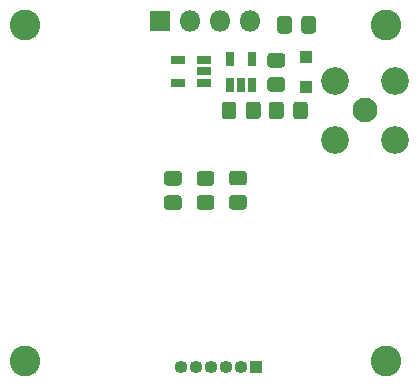
<source format=gbr>
%TF.GenerationSoftware,KiCad,Pcbnew,(5.1.6)-1*%
%TF.CreationDate,2020-08-28T19:49:53-05:00*%
%TF.ProjectId,nrg-control-box,6e72672d-636f-46e7-9472-6f6c2d626f78,rev?*%
%TF.SameCoordinates,Original*%
%TF.FileFunction,Soldermask,Bot*%
%TF.FilePolarity,Negative*%
%FSLAX46Y46*%
G04 Gerber Fmt 4.6, Leading zero omitted, Abs format (unit mm)*
G04 Created by KiCad (PCBNEW (5.1.6)-1) date 2020-08-28 19:49:53*
%MOMM*%
%LPD*%
G01*
G04 APERTURE LIST*
%ADD10C,2.600000*%
%ADD11R,1.100000X1.100000*%
%ADD12C,2.100000*%
%ADD13C,2.350000*%
%ADD14O,1.100000X1.100000*%
%ADD15R,0.750000X1.160000*%
%ADD16R,1.160000X0.750000*%
%ADD17R,1.800000X1.800000*%
%ADD18O,1.800000X1.800000*%
G04 APERTURE END LIST*
D10*
%TO.C,REF\u002A\u002A*%
X158000000Y-122500000D03*
%TD*%
%TO.C,REF\u002A\u002A*%
X158000000Y-94000000D03*
%TD*%
%TO.C,REF\u002A\u002A*%
X127500000Y-94000000D03*
%TD*%
%TO.C,REF\u002A\u002A*%
X127500000Y-122500000D03*
%TD*%
%TO.C,C1*%
G36*
G01*
X149228262Y-97625000D02*
X148271738Y-97625000D01*
G75*
G02*
X148000000Y-97353262I0J271738D01*
G01*
X148000000Y-96646738D01*
G75*
G02*
X148271738Y-96375000I271738J0D01*
G01*
X149228262Y-96375000D01*
G75*
G02*
X149500000Y-96646738I0J-271738D01*
G01*
X149500000Y-97353262D01*
G75*
G02*
X149228262Y-97625000I-271738J0D01*
G01*
G37*
G36*
G01*
X149228262Y-99675000D02*
X148271738Y-99675000D01*
G75*
G02*
X148000000Y-99403262I0J271738D01*
G01*
X148000000Y-98696738D01*
G75*
G02*
X148271738Y-98425000I271738J0D01*
G01*
X149228262Y-98425000D01*
G75*
G02*
X149500000Y-98696738I0J-271738D01*
G01*
X149500000Y-99403262D01*
G75*
G02*
X149228262Y-99675000I-271738J0D01*
G01*
G37*
%TD*%
%TO.C,C2*%
G36*
G01*
X145021738Y-106350000D02*
X145978262Y-106350000D01*
G75*
G02*
X146250000Y-106621738I0J-271738D01*
G01*
X146250000Y-107328262D01*
G75*
G02*
X145978262Y-107600000I-271738J0D01*
G01*
X145021738Y-107600000D01*
G75*
G02*
X144750000Y-107328262I0J271738D01*
G01*
X144750000Y-106621738D01*
G75*
G02*
X145021738Y-106350000I271738J0D01*
G01*
G37*
G36*
G01*
X145021738Y-108400000D02*
X145978262Y-108400000D01*
G75*
G02*
X146250000Y-108671738I0J-271738D01*
G01*
X146250000Y-109378262D01*
G75*
G02*
X145978262Y-109650000I-271738J0D01*
G01*
X145021738Y-109650000D01*
G75*
G02*
X144750000Y-109378262I0J271738D01*
G01*
X144750000Y-108671738D01*
G75*
G02*
X145021738Y-108400000I271738J0D01*
G01*
G37*
%TD*%
%TO.C,C3*%
G36*
G01*
X143228262Y-109675000D02*
X142271738Y-109675000D01*
G75*
G02*
X142000000Y-109403262I0J271738D01*
G01*
X142000000Y-108696738D01*
G75*
G02*
X142271738Y-108425000I271738J0D01*
G01*
X143228262Y-108425000D01*
G75*
G02*
X143500000Y-108696738I0J-271738D01*
G01*
X143500000Y-109403262D01*
G75*
G02*
X143228262Y-109675000I-271738J0D01*
G01*
G37*
G36*
G01*
X143228262Y-107625000D02*
X142271738Y-107625000D01*
G75*
G02*
X142000000Y-107353262I0J271738D01*
G01*
X142000000Y-106646738D01*
G75*
G02*
X142271738Y-106375000I271738J0D01*
G01*
X143228262Y-106375000D01*
G75*
G02*
X143500000Y-106646738I0J-271738D01*
G01*
X143500000Y-107353262D01*
G75*
G02*
X143228262Y-107625000I-271738J0D01*
G01*
G37*
%TD*%
%TO.C,C4*%
G36*
G01*
X139521738Y-108425000D02*
X140478262Y-108425000D01*
G75*
G02*
X140750000Y-108696738I0J-271738D01*
G01*
X140750000Y-109403262D01*
G75*
G02*
X140478262Y-109675000I-271738J0D01*
G01*
X139521738Y-109675000D01*
G75*
G02*
X139250000Y-109403262I0J271738D01*
G01*
X139250000Y-108696738D01*
G75*
G02*
X139521738Y-108425000I271738J0D01*
G01*
G37*
G36*
G01*
X139521738Y-106375000D02*
X140478262Y-106375000D01*
G75*
G02*
X140750000Y-106646738I0J-271738D01*
G01*
X140750000Y-107353262D01*
G75*
G02*
X140478262Y-107625000I-271738J0D01*
G01*
X139521738Y-107625000D01*
G75*
G02*
X139250000Y-107353262I0J271738D01*
G01*
X139250000Y-106646738D01*
G75*
G02*
X139521738Y-106375000I271738J0D01*
G01*
G37*
%TD*%
D11*
%TO.C,D2*%
X151250000Y-99250000D03*
X151250000Y-96750000D03*
%TD*%
D12*
%TO.C,J2*%
X156250000Y-101250000D03*
D13*
X158775000Y-98725000D03*
X153725000Y-98725000D03*
X153725000Y-103775000D03*
X158775000Y-103775000D03*
%TD*%
D11*
%TO.C,J3*%
X147000000Y-123000000D03*
D14*
X145730000Y-123000000D03*
X144460000Y-123000000D03*
X143190000Y-123000000D03*
X141920000Y-123000000D03*
X140650000Y-123000000D03*
%TD*%
%TO.C,R3*%
G36*
G01*
X148125000Y-101728262D02*
X148125000Y-100771738D01*
G75*
G02*
X148396738Y-100500000I271738J0D01*
G01*
X149103262Y-100500000D01*
G75*
G02*
X149375000Y-100771738I0J-271738D01*
G01*
X149375000Y-101728262D01*
G75*
G02*
X149103262Y-102000000I-271738J0D01*
G01*
X148396738Y-102000000D01*
G75*
G02*
X148125000Y-101728262I0J271738D01*
G01*
G37*
G36*
G01*
X150175000Y-101728262D02*
X150175000Y-100771738D01*
G75*
G02*
X150446738Y-100500000I271738J0D01*
G01*
X151153262Y-100500000D01*
G75*
G02*
X151425000Y-100771738I0J-271738D01*
G01*
X151425000Y-101728262D01*
G75*
G02*
X151153262Y-102000000I-271738J0D01*
G01*
X150446738Y-102000000D01*
G75*
G02*
X150175000Y-101728262I0J271738D01*
G01*
G37*
%TD*%
%TO.C,R4*%
G36*
G01*
X144125000Y-101728262D02*
X144125000Y-100771738D01*
G75*
G02*
X144396738Y-100500000I271738J0D01*
G01*
X145103262Y-100500000D01*
G75*
G02*
X145375000Y-100771738I0J-271738D01*
G01*
X145375000Y-101728262D01*
G75*
G02*
X145103262Y-102000000I-271738J0D01*
G01*
X144396738Y-102000000D01*
G75*
G02*
X144125000Y-101728262I0J271738D01*
G01*
G37*
G36*
G01*
X146175000Y-101728262D02*
X146175000Y-100771738D01*
G75*
G02*
X146446738Y-100500000I271738J0D01*
G01*
X147153262Y-100500000D01*
G75*
G02*
X147425000Y-100771738I0J-271738D01*
G01*
X147425000Y-101728262D01*
G75*
G02*
X147153262Y-102000000I-271738J0D01*
G01*
X146446738Y-102000000D01*
G75*
G02*
X146175000Y-101728262I0J271738D01*
G01*
G37*
%TD*%
%TO.C,R5*%
G36*
G01*
X150875000Y-94478262D02*
X150875000Y-93521738D01*
G75*
G02*
X151146738Y-93250000I271738J0D01*
G01*
X151853262Y-93250000D01*
G75*
G02*
X152125000Y-93521738I0J-271738D01*
G01*
X152125000Y-94478262D01*
G75*
G02*
X151853262Y-94750000I-271738J0D01*
G01*
X151146738Y-94750000D01*
G75*
G02*
X150875000Y-94478262I0J271738D01*
G01*
G37*
G36*
G01*
X148825000Y-94478262D02*
X148825000Y-93521738D01*
G75*
G02*
X149096738Y-93250000I271738J0D01*
G01*
X149803262Y-93250000D01*
G75*
G02*
X150075000Y-93521738I0J-271738D01*
G01*
X150075000Y-94478262D01*
G75*
G02*
X149803262Y-94750000I-271738J0D01*
G01*
X149096738Y-94750000D01*
G75*
G02*
X148825000Y-94478262I0J271738D01*
G01*
G37*
%TD*%
D15*
%TO.C,U1*%
X146700000Y-96900000D03*
X144800000Y-96900000D03*
X144800000Y-99100000D03*
X145750000Y-99100000D03*
X146700000Y-99100000D03*
%TD*%
D16*
%TO.C,U2*%
X142600000Y-97000000D03*
X142600000Y-97950000D03*
X142600000Y-98900000D03*
X140400000Y-98900000D03*
X140400000Y-97000000D03*
%TD*%
D17*
%TO.C,J1*%
X138900000Y-93700000D03*
D18*
X141440000Y-93700000D03*
X143980000Y-93700000D03*
X146520000Y-93700000D03*
%TD*%
M02*

</source>
